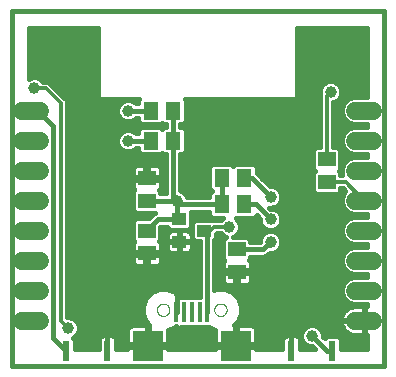
<source format=gbl>
G75*
%MOIN*%
%OFA0B0*%
%FSLAX25Y25*%
%IPPOS*%
%LPD*%
%AMOC8*
5,1,8,0,0,1.08239X$1,22.5*
%
%ADD10C,0.01600*%
%ADD11R,0.04724X0.04000*%
%ADD12R,0.01575X0.06890*%
%ADD13R,0.10000X0.10000*%
%ADD14C,0.00000*%
%ADD15C,0.06000*%
%ADD16R,0.05906X0.05118*%
%ADD17R,0.05118X0.05906*%
%ADD18R,0.02362X0.06693*%
%ADD19C,0.03962*%
%ADD20C,0.01200*%
D10*
X0008250Y0005000D02*
X0008250Y0123110D01*
X0132266Y0123110D01*
X0132266Y0005000D01*
X0008250Y0005000D01*
X0022000Y0014360D02*
X0022000Y0085000D01*
X0017000Y0090000D01*
X0014500Y0090000D01*
X0022398Y0097714D02*
X0037000Y0097714D01*
X0037000Y0099312D02*
X0020799Y0099312D01*
X0020411Y0099700D02*
X0018614Y0099700D01*
X0017779Y0100536D01*
X0016462Y0101081D01*
X0015038Y0101081D01*
X0013850Y0100589D01*
X0013850Y0117510D01*
X0037000Y0117510D01*
X0037000Y0093750D01*
X0050485Y0093750D01*
X0050351Y0093615D01*
X0050351Y0092400D01*
X0049664Y0092400D01*
X0049029Y0093036D01*
X0047712Y0093581D01*
X0046288Y0093581D01*
X0044971Y0093036D01*
X0043964Y0092029D01*
X0043419Y0090712D01*
X0043419Y0089288D01*
X0043964Y0087971D01*
X0044971Y0086964D01*
X0046288Y0086419D01*
X0047712Y0086419D01*
X0049029Y0086964D01*
X0049664Y0087600D01*
X0050351Y0087600D01*
X0050351Y0086384D01*
X0051288Y0085447D01*
X0057732Y0085447D01*
X0058250Y0085966D01*
X0058768Y0085447D01*
X0059590Y0085447D01*
X0059590Y0084553D01*
X0058768Y0084553D01*
X0058250Y0084034D01*
X0057732Y0084553D01*
X0051288Y0084553D01*
X0050351Y0083615D01*
X0050351Y0082400D01*
X0049664Y0082400D01*
X0049029Y0083036D01*
X0047712Y0083581D01*
X0046288Y0083581D01*
X0044971Y0083036D01*
X0043964Y0082029D01*
X0043419Y0080712D01*
X0043419Y0079288D01*
X0043964Y0077971D01*
X0044971Y0076964D01*
X0046288Y0076419D01*
X0047712Y0076419D01*
X0049029Y0076964D01*
X0049664Y0077600D01*
X0050351Y0077600D01*
X0050351Y0076384D01*
X0051288Y0075447D01*
X0057732Y0075447D01*
X0058250Y0075966D01*
X0058768Y0075447D01*
X0059590Y0075447D01*
X0059590Y0062400D01*
X0057803Y0062400D01*
X0057803Y0063232D01*
X0057426Y0063609D01*
X0057643Y0063826D01*
X0057880Y0064236D01*
X0058003Y0064694D01*
X0058003Y0067011D01*
X0053730Y0067011D01*
X0053730Y0067970D01*
X0058003Y0067970D01*
X0058003Y0070286D01*
X0057880Y0070744D01*
X0057643Y0071154D01*
X0057308Y0071490D01*
X0056898Y0071727D01*
X0056440Y0071849D01*
X0053730Y0071849D01*
X0053730Y0067970D01*
X0052770Y0067970D01*
X0052770Y0067011D01*
X0048497Y0067011D01*
X0048497Y0064694D01*
X0048620Y0064236D01*
X0048857Y0063826D01*
X0049074Y0063609D01*
X0048697Y0063232D01*
X0048697Y0056788D01*
X0049634Y0055851D01*
X0055824Y0055851D01*
X0055641Y0055775D01*
X0054965Y0055100D01*
X0054965Y0055100D01*
X0054015Y0054149D01*
X0049634Y0054149D01*
X0048697Y0053212D01*
X0048697Y0046768D01*
X0049074Y0046391D01*
X0048857Y0046174D01*
X0048620Y0045764D01*
X0048497Y0045306D01*
X0048497Y0042989D01*
X0052770Y0042989D01*
X0052770Y0042030D01*
X0048497Y0042030D01*
X0048497Y0039714D01*
X0048620Y0039256D01*
X0048857Y0038846D01*
X0049192Y0038510D01*
X0049602Y0038273D01*
X0050060Y0038151D01*
X0052770Y0038151D01*
X0052770Y0042030D01*
X0053730Y0042030D01*
X0053730Y0042989D01*
X0058003Y0042989D01*
X0058003Y0045306D01*
X0057880Y0045764D01*
X0057643Y0046174D01*
X0057426Y0046391D01*
X0057803Y0046768D01*
X0057803Y0051149D01*
X0057994Y0051340D01*
X0060115Y0051340D01*
X0060115Y0051077D01*
X0061052Y0050140D01*
X0067102Y0050140D01*
X0068039Y0051077D01*
X0068039Y0056350D01*
X0074101Y0056350D01*
X0074101Y0055134D01*
X0075038Y0054197D01*
X0078633Y0054197D01*
X0077886Y0053450D01*
X0075598Y0053450D01*
X0075448Y0053600D01*
X0069398Y0053600D01*
X0068461Y0052663D01*
X0068461Y0047337D01*
X0069398Y0046400D01*
X0070968Y0046400D01*
X0070968Y0027860D01*
X0064748Y0027860D01*
X0064614Y0027937D01*
X0064156Y0028060D01*
X0063976Y0028060D01*
X0062593Y0029444D01*
X0060069Y0030489D01*
X0057337Y0030489D01*
X0054813Y0029444D01*
X0052881Y0027512D01*
X0051836Y0024988D01*
X0051836Y0022256D01*
X0052881Y0019732D01*
X0054121Y0018493D01*
X0053966Y0018493D01*
X0053966Y0012074D01*
X0060385Y0012074D01*
X0060385Y0016886D01*
X0062064Y0017582D01*
X0062108Y0017570D01*
X0063132Y0017570D01*
X0064156Y0017570D01*
X0064614Y0017693D01*
X0064748Y0017770D01*
X0073981Y0017770D01*
X0076115Y0016886D01*
X0076115Y0012074D01*
X0082534Y0012074D01*
X0082534Y0011312D01*
X0076115Y0011312D01*
X0076115Y0010600D01*
X0060385Y0010600D01*
X0060385Y0011312D01*
X0053966Y0011312D01*
X0053966Y0012074D01*
X0053204Y0012074D01*
X0053204Y0018493D01*
X0048348Y0018493D01*
X0047890Y0018370D01*
X0047479Y0018133D01*
X0047144Y0017798D01*
X0046907Y0017388D01*
X0046785Y0016930D01*
X0046785Y0012074D01*
X0053203Y0012074D01*
X0053203Y0011312D01*
X0046785Y0011312D01*
X0046785Y0010600D01*
X0043121Y0010600D01*
X0043121Y0013583D01*
X0042998Y0014041D01*
X0042761Y0014452D01*
X0042426Y0014787D01*
X0042016Y0015024D01*
X0041558Y0015146D01*
X0040140Y0015146D01*
X0040140Y0010600D01*
X0040140Y0010600D01*
X0040140Y0015146D01*
X0038722Y0015146D01*
X0038264Y0015024D01*
X0037853Y0014787D01*
X0037518Y0014452D01*
X0037281Y0014041D01*
X0037159Y0013583D01*
X0037159Y0010600D01*
X0029141Y0010600D01*
X0029141Y0014009D01*
X0028787Y0014364D01*
X0029029Y0014464D01*
X0030036Y0015471D01*
X0030581Y0016788D01*
X0030581Y0018212D01*
X0030036Y0019529D01*
X0029029Y0020536D01*
X0027712Y0021081D01*
X0026700Y0021081D01*
X0026700Y0093411D01*
X0025411Y0094700D01*
X0020411Y0099700D01*
X0016874Y0100911D02*
X0037000Y0100911D01*
X0037000Y0102509D02*
X0013850Y0102509D01*
X0013850Y0100911D02*
X0014626Y0100911D01*
X0013850Y0104108D02*
X0037000Y0104108D01*
X0037000Y0105706D02*
X0013850Y0105706D01*
X0013850Y0107305D02*
X0037000Y0107305D01*
X0037000Y0108903D02*
X0013850Y0108903D01*
X0013850Y0110502D02*
X0037000Y0110502D01*
X0037000Y0112100D02*
X0013850Y0112100D01*
X0013850Y0113699D02*
X0037000Y0113699D01*
X0037000Y0115297D02*
X0013850Y0115297D01*
X0013850Y0116896D02*
X0037000Y0116896D01*
X0037000Y0096115D02*
X0023996Y0096115D01*
X0025595Y0094517D02*
X0037000Y0094517D01*
X0043670Y0091320D02*
X0026700Y0091320D01*
X0026700Y0092918D02*
X0044854Y0092918D01*
X0043419Y0089721D02*
X0026700Y0089721D01*
X0026700Y0088123D02*
X0043901Y0088123D01*
X0046034Y0086524D02*
X0026700Y0086524D01*
X0026700Y0084926D02*
X0059590Y0084926D01*
X0064390Y0084926D02*
X0111050Y0084926D01*
X0111050Y0086524D02*
X0066149Y0086524D01*
X0066149Y0086384D02*
X0066149Y0093615D01*
X0066015Y0093750D01*
X0103250Y0093750D01*
X0103250Y0117510D01*
X0126666Y0117510D01*
X0126666Y0094600D01*
X0121835Y0094600D01*
X0120144Y0093900D01*
X0118850Y0092606D01*
X0118150Y0090915D01*
X0118150Y0089085D01*
X0118850Y0087394D01*
X0120144Y0086100D01*
X0121835Y0085400D01*
X0126666Y0085400D01*
X0126666Y0084600D01*
X0121835Y0084600D01*
X0120144Y0083900D01*
X0118850Y0082606D01*
X0118150Y0080915D01*
X0118150Y0079085D01*
X0118850Y0077394D01*
X0120144Y0076100D01*
X0121835Y0075400D01*
X0126666Y0075400D01*
X0126666Y0074600D01*
X0121835Y0074600D01*
X0120144Y0073900D01*
X0118850Y0072606D01*
X0118150Y0070915D01*
X0118150Y0069085D01*
X0118409Y0068460D01*
X0117803Y0068460D01*
X0117803Y0069482D01*
X0117284Y0070000D01*
X0117803Y0070518D01*
X0117803Y0076962D01*
X0116865Y0077899D01*
X0115450Y0077899D01*
X0115450Y0092767D01*
X0116529Y0093214D01*
X0117536Y0094221D01*
X0118081Y0095538D01*
X0118081Y0096962D01*
X0117536Y0098279D01*
X0116529Y0099286D01*
X0115212Y0099831D01*
X0113788Y0099831D01*
X0112471Y0099286D01*
X0111464Y0098279D01*
X0110919Y0096962D01*
X0110919Y0095538D01*
X0111050Y0095221D01*
X0111050Y0077899D01*
X0109634Y0077899D01*
X0108697Y0076962D01*
X0108697Y0070518D01*
X0109216Y0070000D01*
X0108697Y0069482D01*
X0108697Y0063038D01*
X0109634Y0062101D01*
X0116865Y0062101D01*
X0117803Y0063038D01*
X0117803Y0064060D01*
X0118579Y0064060D01*
X0119442Y0063197D01*
X0118850Y0062606D01*
X0118150Y0060915D01*
X0118150Y0059085D01*
X0118850Y0057394D01*
X0120144Y0056100D01*
X0121835Y0055400D01*
X0126666Y0055400D01*
X0126666Y0054600D01*
X0121835Y0054600D01*
X0120144Y0053900D01*
X0118850Y0052606D01*
X0118150Y0050915D01*
X0118150Y0049085D01*
X0118850Y0047394D01*
X0120144Y0046100D01*
X0121835Y0045400D01*
X0126666Y0045400D01*
X0126666Y0044600D01*
X0121835Y0044600D01*
X0120144Y0043900D01*
X0118850Y0042606D01*
X0118150Y0040915D01*
X0118150Y0039085D01*
X0118850Y0037394D01*
X0120144Y0036100D01*
X0121835Y0035400D01*
X0126666Y0035400D01*
X0126666Y0034600D01*
X0121835Y0034600D01*
X0120144Y0033900D01*
X0118850Y0032606D01*
X0118150Y0030915D01*
X0118150Y0029085D01*
X0118850Y0027394D01*
X0120144Y0026100D01*
X0121835Y0025400D01*
X0126666Y0025400D01*
X0126666Y0024800D01*
X0125950Y0024800D01*
X0125950Y0020200D01*
X0125550Y0020200D01*
X0125550Y0024800D01*
X0122372Y0024800D01*
X0121626Y0024682D01*
X0120907Y0024448D01*
X0120234Y0024105D01*
X0119623Y0023661D01*
X0119089Y0023127D01*
X0118645Y0022516D01*
X0118302Y0021843D01*
X0118068Y0021124D01*
X0117950Y0020378D01*
X0117950Y0020200D01*
X0125550Y0020200D01*
X0125550Y0019800D01*
X0125950Y0019800D01*
X0125950Y0015200D01*
X0126666Y0015200D01*
X0126666Y0010600D01*
X0117921Y0010600D01*
X0117921Y0014009D01*
X0116984Y0014946D01*
X0113296Y0014946D01*
X0112497Y0014147D01*
X0111831Y0014813D01*
X0111831Y0015712D01*
X0111286Y0017029D01*
X0110279Y0018036D01*
X0108962Y0018581D01*
X0107538Y0018581D01*
X0106221Y0018036D01*
X0105214Y0017029D01*
X0104669Y0015712D01*
X0104669Y0014288D01*
X0105214Y0012971D01*
X0106221Y0011964D01*
X0107538Y0011419D01*
X0108437Y0011419D01*
X0109256Y0010600D01*
X0104341Y0010600D01*
X0104341Y0013583D01*
X0104219Y0014041D01*
X0103982Y0014452D01*
X0103647Y0014787D01*
X0103236Y0015024D01*
X0102778Y0015146D01*
X0101360Y0015146D01*
X0099942Y0015146D01*
X0099484Y0015024D01*
X0099074Y0014787D01*
X0098739Y0014452D01*
X0098502Y0014041D01*
X0098379Y0013583D01*
X0098379Y0010600D01*
X0089715Y0010600D01*
X0089715Y0011312D01*
X0083297Y0011312D01*
X0083297Y0012074D01*
X0089715Y0012074D01*
X0089715Y0016930D01*
X0089593Y0017388D01*
X0089356Y0017798D01*
X0089021Y0018133D01*
X0088610Y0018370D01*
X0088152Y0018493D01*
X0083296Y0018493D01*
X0083296Y0012074D01*
X0082534Y0012074D01*
X0082534Y0018493D01*
X0082379Y0018493D01*
X0083619Y0019732D01*
X0084664Y0022256D01*
X0084664Y0024988D01*
X0083619Y0027512D01*
X0081687Y0029444D01*
X0079163Y0030489D01*
X0076431Y0030489D01*
X0075768Y0030214D01*
X0075768Y0046720D01*
X0076385Y0047337D01*
X0076385Y0048961D01*
X0076474Y0049050D01*
X0077886Y0049050D01*
X0078721Y0048214D01*
X0079590Y0047854D01*
X0078697Y0046962D01*
X0078697Y0040518D01*
X0079074Y0040141D01*
X0078857Y0039924D01*
X0078620Y0039514D01*
X0078497Y0039056D01*
X0078497Y0036739D01*
X0082770Y0036739D01*
X0082770Y0035780D01*
X0078497Y0035780D01*
X0078497Y0033464D01*
X0078620Y0033006D01*
X0078857Y0032596D01*
X0079192Y0032260D01*
X0079602Y0032023D01*
X0080060Y0031901D01*
X0082770Y0031901D01*
X0082770Y0035780D01*
X0083730Y0035780D01*
X0083730Y0036739D01*
X0088003Y0036739D01*
X0088003Y0039056D01*
X0087880Y0039514D01*
X0087643Y0039924D01*
X0087426Y0040141D01*
X0087803Y0040518D01*
X0087803Y0041340D01*
X0092468Y0041340D01*
X0093350Y0041706D01*
X0094313Y0042669D01*
X0095212Y0042669D01*
X0096529Y0043214D01*
X0097536Y0044221D01*
X0098081Y0045538D01*
X0098081Y0046962D01*
X0097536Y0048279D01*
X0096529Y0049286D01*
X0095212Y0049831D01*
X0093788Y0049831D01*
X0092471Y0049286D01*
X0091464Y0048279D01*
X0090919Y0046962D01*
X0090919Y0046140D01*
X0087803Y0046140D01*
X0087803Y0046962D01*
X0086865Y0047899D01*
X0082018Y0047899D01*
X0082779Y0048214D01*
X0083786Y0049221D01*
X0084331Y0050538D01*
X0084331Y0051962D01*
X0083786Y0053279D01*
X0082867Y0054197D01*
X0088962Y0054197D01*
X0089810Y0055046D01*
X0090919Y0053937D01*
X0090919Y0053038D01*
X0091464Y0051721D01*
X0092471Y0050714D01*
X0093788Y0050169D01*
X0095212Y0050169D01*
X0096529Y0050714D01*
X0097536Y0051721D01*
X0098081Y0053038D01*
X0098081Y0054462D01*
X0097536Y0055779D01*
X0096529Y0056786D01*
X0095212Y0057331D01*
X0094313Y0057331D01*
X0093975Y0057669D01*
X0095212Y0057669D01*
X0096529Y0058214D01*
X0097536Y0059221D01*
X0098081Y0060538D01*
X0098081Y0061962D01*
X0097536Y0063279D01*
X0096529Y0064286D01*
X0095212Y0064831D01*
X0094313Y0064831D01*
X0089899Y0069245D01*
X0089899Y0071115D01*
X0088962Y0072053D01*
X0082518Y0072053D01*
X0082000Y0071534D01*
X0081482Y0072053D01*
X0075038Y0072053D01*
X0074101Y0071115D01*
X0074101Y0063884D01*
X0074860Y0063125D01*
X0074101Y0062365D01*
X0074101Y0061150D01*
X0066650Y0061150D01*
X0066286Y0062029D01*
X0065279Y0063036D01*
X0064390Y0063404D01*
X0064390Y0075447D01*
X0065212Y0075447D01*
X0066149Y0076384D01*
X0066149Y0083615D01*
X0065212Y0084553D01*
X0064390Y0084553D01*
X0064390Y0085447D01*
X0065212Y0085447D01*
X0066149Y0086384D01*
X0066149Y0088123D02*
X0111050Y0088123D01*
X0111050Y0089721D02*
X0066149Y0089721D01*
X0066149Y0091320D02*
X0111050Y0091320D01*
X0111050Y0092918D02*
X0066149Y0092918D01*
X0061990Y0090000D02*
X0061990Y0080000D01*
X0061990Y0061260D01*
X0063250Y0060000D01*
X0054510Y0060000D01*
X0053260Y0061250D01*
X0048697Y0060948D02*
X0026700Y0060948D01*
X0026700Y0062546D02*
X0048697Y0062546D01*
X0048673Y0064145D02*
X0026700Y0064145D01*
X0026700Y0065743D02*
X0048497Y0065743D01*
X0048497Y0067970D02*
X0052770Y0067970D01*
X0052770Y0071849D01*
X0050060Y0071849D01*
X0049602Y0071727D01*
X0049192Y0071490D01*
X0048857Y0071154D01*
X0048620Y0070744D01*
X0048497Y0070286D01*
X0048497Y0067970D01*
X0048497Y0068940D02*
X0026700Y0068940D01*
X0026700Y0067342D02*
X0052770Y0067342D01*
X0053730Y0067342D02*
X0059590Y0067342D01*
X0059590Y0068940D02*
X0058003Y0068940D01*
X0057935Y0070539D02*
X0059590Y0070539D01*
X0059590Y0072137D02*
X0026700Y0072137D01*
X0026700Y0073736D02*
X0059590Y0073736D01*
X0059590Y0075334D02*
X0026700Y0075334D01*
X0026700Y0076933D02*
X0045046Y0076933D01*
X0043732Y0078532D02*
X0026700Y0078532D01*
X0026700Y0080130D02*
X0043419Y0080130D01*
X0043840Y0081729D02*
X0026700Y0081729D01*
X0026700Y0083327D02*
X0045674Y0083327D01*
X0048326Y0083327D02*
X0050351Y0083327D01*
X0050351Y0086524D02*
X0047966Y0086524D01*
X0047000Y0090000D02*
X0054510Y0090000D01*
X0050351Y0092918D02*
X0049146Y0092918D01*
X0047000Y0080000D02*
X0054510Y0080000D01*
X0050351Y0076933D02*
X0048953Y0076933D01*
X0048565Y0070539D02*
X0026700Y0070539D01*
X0026700Y0059349D02*
X0048697Y0059349D01*
X0048697Y0057751D02*
X0026700Y0057751D01*
X0026700Y0056152D02*
X0049333Y0056152D01*
X0048697Y0052955D02*
X0026700Y0052955D01*
X0026700Y0051357D02*
X0048697Y0051357D01*
X0048697Y0049758D02*
X0026700Y0049758D01*
X0026700Y0048160D02*
X0048697Y0048160D01*
X0048904Y0046561D02*
X0026700Y0046561D01*
X0026700Y0044963D02*
X0048497Y0044963D01*
X0048497Y0043364D02*
X0026700Y0043364D01*
X0026700Y0041766D02*
X0048497Y0041766D01*
X0048497Y0040167D02*
X0026700Y0040167D01*
X0026700Y0038569D02*
X0049134Y0038569D01*
X0052770Y0038569D02*
X0053730Y0038569D01*
X0053730Y0038151D02*
X0056440Y0038151D01*
X0056898Y0038273D01*
X0057308Y0038510D01*
X0057643Y0038846D01*
X0057880Y0039256D01*
X0058003Y0039714D01*
X0058003Y0042030D01*
X0053730Y0042030D01*
X0053730Y0038151D01*
X0053730Y0040167D02*
X0052770Y0040167D01*
X0052770Y0041766D02*
X0053730Y0041766D01*
X0058003Y0041766D02*
X0070968Y0041766D01*
X0070968Y0043364D02*
X0068000Y0043364D01*
X0068116Y0043565D02*
X0068239Y0044023D01*
X0068239Y0046060D01*
X0064277Y0046060D01*
X0064277Y0046460D01*
X0068239Y0046460D01*
X0068239Y0048497D01*
X0068116Y0048955D01*
X0067879Y0049365D01*
X0067544Y0049700D01*
X0067134Y0049937D01*
X0066676Y0050060D01*
X0064277Y0050060D01*
X0064277Y0046460D01*
X0063877Y0046460D01*
X0063877Y0050060D01*
X0061478Y0050060D01*
X0061020Y0049937D01*
X0060609Y0049700D01*
X0060274Y0049365D01*
X0060037Y0048955D01*
X0059915Y0048497D01*
X0059915Y0046460D01*
X0063877Y0046460D01*
X0063877Y0046060D01*
X0064277Y0046060D01*
X0064277Y0042460D01*
X0066676Y0042460D01*
X0067134Y0042583D01*
X0067544Y0042819D01*
X0067879Y0043155D01*
X0068116Y0043565D01*
X0068239Y0044963D02*
X0070968Y0044963D01*
X0069237Y0046561D02*
X0068239Y0046561D01*
X0068239Y0048160D02*
X0068461Y0048160D01*
X0068461Y0049758D02*
X0067444Y0049758D01*
X0068039Y0051357D02*
X0068461Y0051357D01*
X0068754Y0052955D02*
X0068039Y0052955D01*
X0068039Y0054554D02*
X0074681Y0054554D01*
X0074101Y0056152D02*
X0068039Y0056152D01*
X0064500Y0058750D02*
X0063250Y0060000D01*
X0063250Y0054567D01*
X0064077Y0053740D01*
X0057000Y0053740D01*
X0053250Y0049990D01*
X0057803Y0049758D02*
X0060710Y0049758D01*
X0059915Y0048160D02*
X0057803Y0048160D01*
X0057596Y0046561D02*
X0059915Y0046561D01*
X0059915Y0046060D02*
X0059915Y0044023D01*
X0060037Y0043565D01*
X0060274Y0043155D01*
X0060609Y0042819D01*
X0061020Y0042583D01*
X0061478Y0042460D01*
X0063877Y0042460D01*
X0063877Y0046060D01*
X0059915Y0046060D01*
X0059915Y0044963D02*
X0058003Y0044963D01*
X0058003Y0043364D02*
X0060153Y0043364D01*
X0063877Y0043364D02*
X0064277Y0043364D01*
X0064277Y0044963D02*
X0063877Y0044963D01*
X0064077Y0046260D02*
X0064077Y0030827D01*
X0063250Y0030000D01*
X0063250Y0022933D01*
X0063132Y0022815D01*
X0063132Y0018340D02*
X0063132Y0017570D01*
X0063132Y0018340D01*
X0063132Y0018340D01*
X0063132Y0017788D02*
X0063132Y0017788D01*
X0060385Y0016190D02*
X0076115Y0016190D01*
X0076115Y0014591D02*
X0060385Y0014591D01*
X0060385Y0012993D02*
X0076115Y0012993D01*
X0082534Y0012993D02*
X0083296Y0012993D01*
X0083296Y0014591D02*
X0082534Y0014591D01*
X0082534Y0016190D02*
X0083296Y0016190D01*
X0083296Y0017788D02*
X0082534Y0017788D01*
X0083273Y0019387D02*
X0117987Y0019387D01*
X0117950Y0019622D02*
X0118068Y0018876D01*
X0118302Y0018157D01*
X0118645Y0017484D01*
X0119089Y0016873D01*
X0119623Y0016339D01*
X0120234Y0015895D01*
X0120907Y0015552D01*
X0121626Y0015318D01*
X0122372Y0015200D01*
X0125550Y0015200D01*
X0125550Y0019800D01*
X0117950Y0019800D01*
X0117950Y0019622D01*
X0118046Y0020985D02*
X0084138Y0020985D01*
X0084664Y0022584D02*
X0118694Y0022584D01*
X0120385Y0024182D02*
X0084664Y0024182D01*
X0084336Y0025781D02*
X0120916Y0025781D01*
X0118865Y0027379D02*
X0083674Y0027379D01*
X0082153Y0028978D02*
X0118194Y0028978D01*
X0118150Y0030576D02*
X0075768Y0030576D01*
X0075768Y0032175D02*
X0079340Y0032175D01*
X0078497Y0033773D02*
X0075768Y0033773D01*
X0075768Y0035372D02*
X0078497Y0035372D01*
X0078497Y0036970D02*
X0075768Y0036970D01*
X0075768Y0038569D02*
X0078497Y0038569D01*
X0079048Y0040167D02*
X0075768Y0040167D01*
X0075768Y0041766D02*
X0078697Y0041766D01*
X0078697Y0043364D02*
X0075768Y0043364D01*
X0075768Y0044963D02*
X0078697Y0044963D01*
X0078697Y0046561D02*
X0075768Y0046561D01*
X0076385Y0048160D02*
X0078853Y0048160D01*
X0082647Y0048160D02*
X0091415Y0048160D01*
X0090919Y0046561D02*
X0087803Y0046561D01*
X0084008Y0049758D02*
X0093612Y0049758D01*
X0095388Y0049758D02*
X0118150Y0049758D01*
X0118333Y0051357D02*
X0097171Y0051357D01*
X0098047Y0052955D02*
X0119200Y0052955D01*
X0121724Y0054554D02*
X0098043Y0054554D01*
X0097162Y0056152D02*
X0120092Y0056152D01*
X0118703Y0057751D02*
X0095410Y0057751D01*
X0097589Y0059349D02*
X0118150Y0059349D01*
X0118164Y0060948D02*
X0098081Y0060948D01*
X0097839Y0062546D02*
X0109189Y0062546D01*
X0108697Y0064145D02*
X0096670Y0064145D01*
X0094500Y0061250D02*
X0088250Y0067500D01*
X0085740Y0067500D01*
X0089899Y0070539D02*
X0108697Y0070539D01*
X0108697Y0068940D02*
X0090204Y0068940D01*
X0091802Y0067342D02*
X0108697Y0067342D01*
X0108697Y0065743D02*
X0093401Y0065743D01*
X0089500Y0058750D02*
X0085740Y0058750D01*
X0089500Y0058750D02*
X0094500Y0053750D01*
X0091829Y0051357D02*
X0084331Y0051357D01*
X0083920Y0052955D02*
X0090953Y0052955D01*
X0090302Y0054554D02*
X0089319Y0054554D01*
X0097585Y0048160D02*
X0118533Y0048160D01*
X0119683Y0046561D02*
X0098081Y0046561D01*
X0097843Y0044963D02*
X0126666Y0044963D01*
X0119609Y0043364D02*
X0096679Y0043364D01*
X0094500Y0046250D02*
X0091990Y0043740D01*
X0083250Y0043740D01*
X0087452Y0040167D02*
X0118150Y0040167D01*
X0118364Y0038569D02*
X0088003Y0038569D01*
X0088003Y0036970D02*
X0119274Y0036970D01*
X0120018Y0033773D02*
X0088003Y0033773D01*
X0088003Y0033464D02*
X0088003Y0035780D01*
X0083730Y0035780D01*
X0083730Y0031901D01*
X0086440Y0031901D01*
X0086898Y0032023D01*
X0087308Y0032260D01*
X0087643Y0032596D01*
X0087880Y0033006D01*
X0088003Y0033464D01*
X0087159Y0032175D02*
X0118672Y0032175D01*
X0126666Y0035372D02*
X0088003Y0035372D01*
X0083730Y0035372D02*
X0082770Y0035372D01*
X0082770Y0033773D02*
X0083730Y0033773D01*
X0083730Y0032175D02*
X0082770Y0032175D01*
X0070968Y0032175D02*
X0026700Y0032175D01*
X0026700Y0033773D02*
X0070968Y0033773D01*
X0070968Y0035372D02*
X0026700Y0035372D01*
X0026700Y0036970D02*
X0070968Y0036970D01*
X0070968Y0038569D02*
X0057366Y0038569D01*
X0058003Y0040167D02*
X0070968Y0040167D01*
X0064277Y0046561D02*
X0063877Y0046561D01*
X0063877Y0048160D02*
X0064277Y0048160D01*
X0064277Y0049758D02*
X0063877Y0049758D01*
X0072423Y0050000D02*
X0073368Y0049055D01*
X0073368Y0022815D01*
X0070968Y0028978D02*
X0063058Y0028978D01*
X0070968Y0030576D02*
X0026700Y0030576D01*
X0026700Y0028978D02*
X0054347Y0028978D01*
X0052826Y0027379D02*
X0026700Y0027379D01*
X0026700Y0025781D02*
X0052164Y0025781D01*
X0051836Y0024182D02*
X0026700Y0024182D01*
X0026700Y0022584D02*
X0051836Y0022584D01*
X0052362Y0020985D02*
X0027944Y0020985D01*
X0030095Y0019387D02*
X0053227Y0019387D01*
X0053204Y0017788D02*
X0053966Y0017788D01*
X0053966Y0016190D02*
X0053204Y0016190D01*
X0053204Y0014591D02*
X0053966Y0014591D01*
X0053966Y0012993D02*
X0053204Y0012993D01*
X0053203Y0011394D02*
X0043121Y0011394D01*
X0043121Y0012993D02*
X0046785Y0012993D01*
X0046785Y0014591D02*
X0042622Y0014591D01*
X0040140Y0014591D02*
X0040140Y0014591D01*
X0040140Y0012993D02*
X0040140Y0012993D01*
X0040140Y0011394D02*
X0040140Y0011394D01*
X0037159Y0011394D02*
X0029141Y0011394D01*
X0029141Y0012993D02*
X0037159Y0012993D01*
X0037658Y0014591D02*
X0029155Y0014591D01*
X0030333Y0016190D02*
X0046785Y0016190D01*
X0047138Y0017788D02*
X0030581Y0017788D01*
X0026360Y0010000D02*
X0022000Y0014360D01*
X0053966Y0011394D02*
X0082534Y0011394D01*
X0083297Y0011394D02*
X0098379Y0011394D01*
X0098379Y0012993D02*
X0089715Y0012993D01*
X0089715Y0014591D02*
X0098878Y0014591D01*
X0101360Y0014591D02*
X0101360Y0014591D01*
X0101360Y0015146D02*
X0101360Y0010600D01*
X0101360Y0010600D01*
X0101360Y0015146D01*
X0101360Y0012993D02*
X0101360Y0012993D01*
X0101360Y0011394D02*
X0101360Y0011394D01*
X0104341Y0011394D02*
X0108462Y0011394D01*
X0105205Y0012993D02*
X0104341Y0012993D01*
X0104669Y0014591D02*
X0103842Y0014591D01*
X0104867Y0016190D02*
X0089715Y0016190D01*
X0089362Y0017788D02*
X0105974Y0017788D01*
X0108250Y0015000D02*
X0113250Y0010000D01*
X0115140Y0010000D01*
X0117921Y0011394D02*
X0126666Y0011394D01*
X0126666Y0012993D02*
X0117921Y0012993D01*
X0117339Y0014591D02*
X0126666Y0014591D01*
X0125950Y0016190D02*
X0125550Y0016190D01*
X0125550Y0017788D02*
X0125950Y0017788D01*
X0125950Y0019387D02*
X0125550Y0019387D01*
X0125550Y0020985D02*
X0125950Y0020985D01*
X0125950Y0022584D02*
X0125550Y0022584D01*
X0125550Y0024182D02*
X0125950Y0024182D01*
X0118490Y0017788D02*
X0110526Y0017788D01*
X0111633Y0016190D02*
X0119828Y0016190D01*
X0112941Y0014591D02*
X0112053Y0014591D01*
X0118502Y0041766D02*
X0093410Y0041766D01*
X0078260Y0058750D02*
X0064500Y0058750D01*
X0063250Y0060000D02*
X0062000Y0061250D01*
X0059590Y0062546D02*
X0057803Y0062546D01*
X0057827Y0064145D02*
X0059590Y0064145D01*
X0059590Y0065743D02*
X0058003Y0065743D01*
X0053730Y0068940D02*
X0052770Y0068940D01*
X0052770Y0070539D02*
X0053730Y0070539D01*
X0064390Y0070539D02*
X0074101Y0070539D01*
X0074101Y0068940D02*
X0064390Y0068940D01*
X0064390Y0067342D02*
X0074101Y0067342D01*
X0074101Y0065743D02*
X0064390Y0065743D01*
X0064390Y0064145D02*
X0074101Y0064145D01*
X0074282Y0062546D02*
X0065768Y0062546D01*
X0078260Y0058750D02*
X0078260Y0067500D01*
X0066149Y0076933D02*
X0108697Y0076933D01*
X0108697Y0075334D02*
X0064390Y0075334D01*
X0064390Y0073736D02*
X0108697Y0073736D01*
X0108697Y0072137D02*
X0064390Y0072137D01*
X0066149Y0078532D02*
X0111050Y0078532D01*
X0111050Y0080130D02*
X0066149Y0080130D01*
X0066149Y0081729D02*
X0111050Y0081729D01*
X0111050Y0083327D02*
X0066149Y0083327D01*
X0103250Y0094517D02*
X0111050Y0094517D01*
X0110919Y0096115D02*
X0103250Y0096115D01*
X0103250Y0097714D02*
X0111230Y0097714D01*
X0112535Y0099312D02*
X0103250Y0099312D01*
X0103250Y0100911D02*
X0126666Y0100911D01*
X0126666Y0102509D02*
X0103250Y0102509D01*
X0103250Y0104108D02*
X0126666Y0104108D01*
X0126666Y0105706D02*
X0103250Y0105706D01*
X0103250Y0107305D02*
X0126666Y0107305D01*
X0126666Y0108903D02*
X0103250Y0108903D01*
X0103250Y0110502D02*
X0126666Y0110502D01*
X0126666Y0112100D02*
X0103250Y0112100D01*
X0103250Y0113699D02*
X0126666Y0113699D01*
X0126666Y0115297D02*
X0103250Y0115297D01*
X0103250Y0116896D02*
X0126666Y0116896D01*
X0126666Y0099312D02*
X0116465Y0099312D01*
X0117770Y0097714D02*
X0126666Y0097714D01*
X0126666Y0096115D02*
X0118081Y0096115D01*
X0117658Y0094517D02*
X0121634Y0094517D01*
X0119163Y0092918D02*
X0115814Y0092918D01*
X0115450Y0091320D02*
X0118318Y0091320D01*
X0118150Y0089721D02*
X0115450Y0089721D01*
X0115450Y0088123D02*
X0118549Y0088123D01*
X0119721Y0086524D02*
X0115450Y0086524D01*
X0115450Y0084926D02*
X0126666Y0084926D01*
X0119572Y0083327D02*
X0115450Y0083327D01*
X0115450Y0081729D02*
X0118487Y0081729D01*
X0118150Y0080130D02*
X0115450Y0080130D01*
X0115450Y0078532D02*
X0118379Y0078532D01*
X0117803Y0076933D02*
X0119312Y0076933D01*
X0117803Y0075334D02*
X0126666Y0075334D01*
X0119981Y0073736D02*
X0117803Y0073736D01*
X0117803Y0072137D02*
X0118656Y0072137D01*
X0118150Y0070539D02*
X0117803Y0070539D01*
X0117803Y0068940D02*
X0118210Y0068940D01*
X0118826Y0062546D02*
X0117311Y0062546D01*
X0054420Y0054554D02*
X0026700Y0054554D01*
D11*
X0064077Y0053740D03*
X0072423Y0050000D03*
X0064077Y0046260D03*
D12*
X0063132Y0022815D03*
X0065691Y0022815D03*
X0068250Y0022815D03*
X0070809Y0022815D03*
X0073368Y0022815D03*
D13*
X0082915Y0011693D03*
X0053585Y0011693D03*
D14*
X0056636Y0023622D02*
X0056638Y0023713D01*
X0056644Y0023803D01*
X0056654Y0023894D01*
X0056668Y0023983D01*
X0056686Y0024072D01*
X0056707Y0024161D01*
X0056733Y0024248D01*
X0056762Y0024334D01*
X0056796Y0024418D01*
X0056832Y0024501D01*
X0056873Y0024583D01*
X0056917Y0024662D01*
X0056964Y0024740D01*
X0057015Y0024815D01*
X0057069Y0024888D01*
X0057126Y0024958D01*
X0057186Y0025026D01*
X0057249Y0025092D01*
X0057315Y0025154D01*
X0057384Y0025213D01*
X0057455Y0025270D01*
X0057529Y0025323D01*
X0057605Y0025373D01*
X0057683Y0025420D01*
X0057763Y0025463D01*
X0057844Y0025502D01*
X0057928Y0025538D01*
X0058013Y0025570D01*
X0058099Y0025599D01*
X0058186Y0025623D01*
X0058275Y0025644D01*
X0058364Y0025661D01*
X0058454Y0025674D01*
X0058544Y0025683D01*
X0058635Y0025688D01*
X0058726Y0025689D01*
X0058816Y0025686D01*
X0058907Y0025679D01*
X0058997Y0025668D01*
X0059087Y0025653D01*
X0059176Y0025634D01*
X0059264Y0025612D01*
X0059350Y0025585D01*
X0059436Y0025555D01*
X0059520Y0025521D01*
X0059603Y0025483D01*
X0059684Y0025442D01*
X0059763Y0025397D01*
X0059840Y0025348D01*
X0059914Y0025297D01*
X0059987Y0025242D01*
X0060057Y0025184D01*
X0060124Y0025123D01*
X0060188Y0025059D01*
X0060250Y0024993D01*
X0060309Y0024923D01*
X0060364Y0024852D01*
X0060417Y0024777D01*
X0060466Y0024701D01*
X0060512Y0024623D01*
X0060554Y0024542D01*
X0060593Y0024460D01*
X0060628Y0024376D01*
X0060659Y0024291D01*
X0060686Y0024204D01*
X0060710Y0024117D01*
X0060730Y0024028D01*
X0060746Y0023939D01*
X0060758Y0023849D01*
X0060766Y0023758D01*
X0060770Y0023667D01*
X0060770Y0023577D01*
X0060766Y0023486D01*
X0060758Y0023395D01*
X0060746Y0023305D01*
X0060730Y0023216D01*
X0060710Y0023127D01*
X0060686Y0023040D01*
X0060659Y0022953D01*
X0060628Y0022868D01*
X0060593Y0022784D01*
X0060554Y0022702D01*
X0060512Y0022621D01*
X0060466Y0022543D01*
X0060417Y0022467D01*
X0060364Y0022392D01*
X0060309Y0022321D01*
X0060250Y0022251D01*
X0060188Y0022185D01*
X0060124Y0022121D01*
X0060057Y0022060D01*
X0059987Y0022002D01*
X0059914Y0021947D01*
X0059840Y0021896D01*
X0059763Y0021847D01*
X0059684Y0021802D01*
X0059603Y0021761D01*
X0059520Y0021723D01*
X0059436Y0021689D01*
X0059350Y0021659D01*
X0059264Y0021632D01*
X0059176Y0021610D01*
X0059087Y0021591D01*
X0058997Y0021576D01*
X0058907Y0021565D01*
X0058816Y0021558D01*
X0058726Y0021555D01*
X0058635Y0021556D01*
X0058544Y0021561D01*
X0058454Y0021570D01*
X0058364Y0021583D01*
X0058275Y0021600D01*
X0058186Y0021621D01*
X0058099Y0021645D01*
X0058013Y0021674D01*
X0057928Y0021706D01*
X0057844Y0021742D01*
X0057763Y0021781D01*
X0057683Y0021824D01*
X0057605Y0021871D01*
X0057529Y0021921D01*
X0057455Y0021974D01*
X0057384Y0022031D01*
X0057315Y0022090D01*
X0057249Y0022152D01*
X0057186Y0022218D01*
X0057126Y0022286D01*
X0057069Y0022356D01*
X0057015Y0022429D01*
X0056964Y0022504D01*
X0056917Y0022582D01*
X0056873Y0022661D01*
X0056832Y0022743D01*
X0056796Y0022826D01*
X0056762Y0022910D01*
X0056733Y0022996D01*
X0056707Y0023083D01*
X0056686Y0023172D01*
X0056668Y0023261D01*
X0056654Y0023350D01*
X0056644Y0023441D01*
X0056638Y0023531D01*
X0056636Y0023622D01*
X0075730Y0023622D02*
X0075732Y0023713D01*
X0075738Y0023803D01*
X0075748Y0023894D01*
X0075762Y0023983D01*
X0075780Y0024072D01*
X0075801Y0024161D01*
X0075827Y0024248D01*
X0075856Y0024334D01*
X0075890Y0024418D01*
X0075926Y0024501D01*
X0075967Y0024583D01*
X0076011Y0024662D01*
X0076058Y0024740D01*
X0076109Y0024815D01*
X0076163Y0024888D01*
X0076220Y0024958D01*
X0076280Y0025026D01*
X0076343Y0025092D01*
X0076409Y0025154D01*
X0076478Y0025213D01*
X0076549Y0025270D01*
X0076623Y0025323D01*
X0076699Y0025373D01*
X0076777Y0025420D01*
X0076857Y0025463D01*
X0076938Y0025502D01*
X0077022Y0025538D01*
X0077107Y0025570D01*
X0077193Y0025599D01*
X0077280Y0025623D01*
X0077369Y0025644D01*
X0077458Y0025661D01*
X0077548Y0025674D01*
X0077638Y0025683D01*
X0077729Y0025688D01*
X0077820Y0025689D01*
X0077910Y0025686D01*
X0078001Y0025679D01*
X0078091Y0025668D01*
X0078181Y0025653D01*
X0078270Y0025634D01*
X0078358Y0025612D01*
X0078444Y0025585D01*
X0078530Y0025555D01*
X0078614Y0025521D01*
X0078697Y0025483D01*
X0078778Y0025442D01*
X0078857Y0025397D01*
X0078934Y0025348D01*
X0079008Y0025297D01*
X0079081Y0025242D01*
X0079151Y0025184D01*
X0079218Y0025123D01*
X0079282Y0025059D01*
X0079344Y0024993D01*
X0079403Y0024923D01*
X0079458Y0024852D01*
X0079511Y0024777D01*
X0079560Y0024701D01*
X0079606Y0024623D01*
X0079648Y0024542D01*
X0079687Y0024460D01*
X0079722Y0024376D01*
X0079753Y0024291D01*
X0079780Y0024204D01*
X0079804Y0024117D01*
X0079824Y0024028D01*
X0079840Y0023939D01*
X0079852Y0023849D01*
X0079860Y0023758D01*
X0079864Y0023667D01*
X0079864Y0023577D01*
X0079860Y0023486D01*
X0079852Y0023395D01*
X0079840Y0023305D01*
X0079824Y0023216D01*
X0079804Y0023127D01*
X0079780Y0023040D01*
X0079753Y0022953D01*
X0079722Y0022868D01*
X0079687Y0022784D01*
X0079648Y0022702D01*
X0079606Y0022621D01*
X0079560Y0022543D01*
X0079511Y0022467D01*
X0079458Y0022392D01*
X0079403Y0022321D01*
X0079344Y0022251D01*
X0079282Y0022185D01*
X0079218Y0022121D01*
X0079151Y0022060D01*
X0079081Y0022002D01*
X0079008Y0021947D01*
X0078934Y0021896D01*
X0078857Y0021847D01*
X0078778Y0021802D01*
X0078697Y0021761D01*
X0078614Y0021723D01*
X0078530Y0021689D01*
X0078444Y0021659D01*
X0078358Y0021632D01*
X0078270Y0021610D01*
X0078181Y0021591D01*
X0078091Y0021576D01*
X0078001Y0021565D01*
X0077910Y0021558D01*
X0077820Y0021555D01*
X0077729Y0021556D01*
X0077638Y0021561D01*
X0077548Y0021570D01*
X0077458Y0021583D01*
X0077369Y0021600D01*
X0077280Y0021621D01*
X0077193Y0021645D01*
X0077107Y0021674D01*
X0077022Y0021706D01*
X0076938Y0021742D01*
X0076857Y0021781D01*
X0076777Y0021824D01*
X0076699Y0021871D01*
X0076623Y0021921D01*
X0076549Y0021974D01*
X0076478Y0022031D01*
X0076409Y0022090D01*
X0076343Y0022152D01*
X0076280Y0022218D01*
X0076220Y0022286D01*
X0076163Y0022356D01*
X0076109Y0022429D01*
X0076058Y0022504D01*
X0076011Y0022582D01*
X0075967Y0022661D01*
X0075926Y0022743D01*
X0075890Y0022826D01*
X0075856Y0022910D01*
X0075827Y0022996D01*
X0075801Y0023083D01*
X0075780Y0023172D01*
X0075762Y0023261D01*
X0075748Y0023350D01*
X0075738Y0023441D01*
X0075732Y0023531D01*
X0075730Y0023622D01*
D15*
X0122750Y0020000D02*
X0128750Y0020000D01*
X0128750Y0030000D02*
X0122750Y0030000D01*
X0122750Y0040000D02*
X0128750Y0040000D01*
X0128750Y0050000D02*
X0122750Y0050000D01*
X0122750Y0060000D02*
X0128750Y0060000D01*
X0128750Y0070000D02*
X0122750Y0070000D01*
X0122750Y0080000D02*
X0128750Y0080000D01*
X0128750Y0090000D02*
X0122750Y0090000D01*
X0017500Y0090000D02*
X0011500Y0090000D01*
X0011500Y0080000D02*
X0017500Y0080000D01*
X0017500Y0070000D02*
X0011500Y0070000D01*
X0011500Y0060000D02*
X0017500Y0060000D01*
X0017500Y0050000D02*
X0011500Y0050000D01*
X0011500Y0040000D02*
X0017500Y0040000D01*
X0017500Y0030000D02*
X0011500Y0030000D01*
X0011500Y0020000D02*
X0017500Y0020000D01*
D16*
X0053250Y0042510D03*
X0053250Y0049990D03*
X0053250Y0060010D03*
X0053250Y0067490D03*
X0083250Y0043740D03*
X0083250Y0036260D03*
X0113250Y0066260D03*
X0113250Y0073740D03*
D17*
X0085740Y0067500D03*
X0078260Y0067500D03*
X0078260Y0058750D03*
X0085740Y0058750D03*
X0061990Y0080000D03*
X0054510Y0080000D03*
X0054510Y0090000D03*
X0061990Y0090000D03*
D18*
X0040140Y0010000D03*
X0026360Y0010000D03*
X0101360Y0010000D03*
X0115140Y0010000D03*
D19*
X0108250Y0015000D03*
X0089500Y0022500D03*
X0109500Y0037500D03*
X0094500Y0046250D03*
X0094500Y0053750D03*
X0094500Y0061250D03*
X0080750Y0051250D03*
X0063250Y0060000D03*
X0047000Y0080000D03*
X0047000Y0090000D03*
X0025750Y0103750D03*
X0015750Y0097500D03*
X0114500Y0096250D03*
X0120750Y0103750D03*
X0030750Y0022500D03*
X0027000Y0017500D03*
D20*
X0024500Y0020000D01*
X0024500Y0092500D01*
X0019500Y0097500D01*
X0015750Y0097500D01*
X0073368Y0049055D02*
X0075563Y0051250D01*
X0080750Y0051250D01*
X0113250Y0066260D02*
X0119490Y0066260D01*
X0125750Y0060000D01*
X0113250Y0073740D02*
X0113250Y0095000D01*
X0114500Y0096250D01*
M02*

</source>
